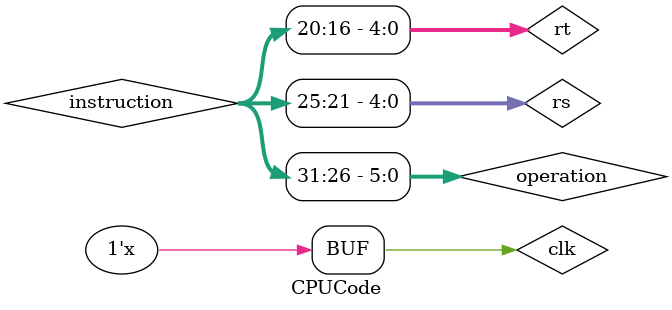
<source format=v>
`timescale 1ns / 1ps
module CPUCode ();

//	Instruction section
    wire [31:0] instruction;
	wire [5:0] operation;
    wire [4:0] rs;
    wire [4:0] rt;
    wire [4:0] rd;
    wire [15:0] immediate_16;
    wire [31:0] immediate_32;

//Clock cycle and PC
    reg clk;
    reg [31:0] PC;

//Operational Results
    wire [31:0] result;
    wire [31:0] write_data;

//Control signal line
    wire PCWre;
    wire ALUSrcB;
    wire ALUM2Reg;
    wire RegWre;
    wire InsMemRW;
    wire DataMemRW;
    wire ExtSel;
    wire PCSrc;
    wire RegOut;
    wire [2:0] ALUOp;
    wire [31:0] readData1;
    wire [31:0] readData2;
    wire zero;
	
	initial
		begin
		    PC = 0;
		    clk = 0;
	    end
   always #500
        clk = ~clk;
	
	InstructionMemory instructionMemory(PC, instruction);
	
	// Decomposition instruction
	assign operation[5:0] = instruction[31:26];
	assign rs = instruction[25:21];
	assign rt = instruction[20:16];
	assign rd = instruction[15:11];
	assign immediate_16 = instruction[15:0];

	ControlUnit controlUnit(operation, zero, PCWre, ALUSrcB, ALUM2Reg, RegWre, InsMemRW, DataMemRW, ExtSel, PCSrc, RegOut,ALUOp);

	RegisterSet registerSet(rs, rt, rd, write_data, RegWre, RegOut,clk,readData1,readData2);

	Extend extend(immediate_16, ExtSel, immediate_32);

	ALU alu(readData1, readData2, immediate_32, ALUSrcB, ALUOp, zero, result);

	DataMemory dataMemory(result, readData2, DataMemRW, ALUM2Reg, write_data);
	
	always@(posedge clk)
		begin
		   if  ( PCWre == 1)
		     PC <= (PCSrc == 0)? PC + 4 : PC + 4 + immediate_32 * 4;
		   else 
		     PC <= PC;
		end

	
endmodule

</source>
